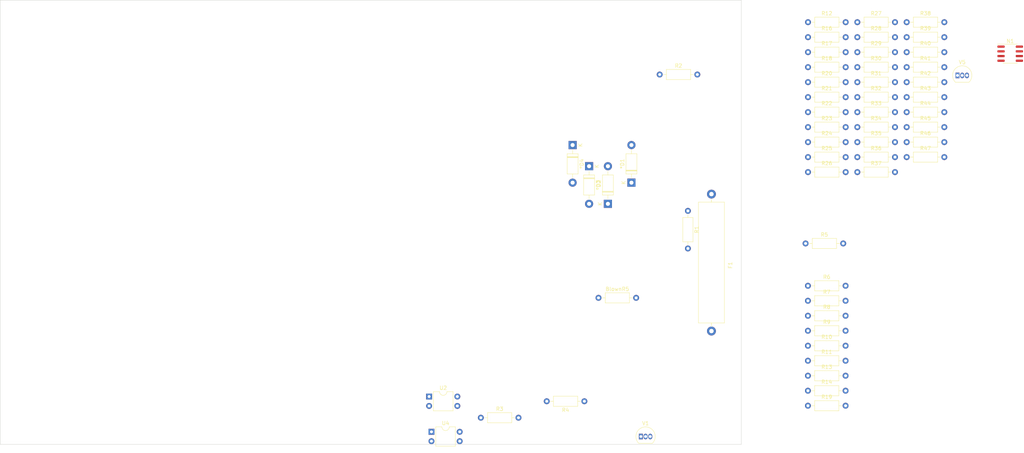
<source format=kicad_pcb>
(kicad_pcb (version 20221018) (generator pcbnew)
  (layers (0 "F.Cu" signal) (31 "B.Cu" signal) (34 "B.Paste" user) (35 "F.Paste" user) (36 "B.SilkS" user "B.Silkscreen") (37 "F.SilkS" user "F.Silkscreen") (38 "B.Mask" user) (39 "F.Mask" user) (44 "Edge.Cuts" user))
  (net 0 "")
  (net 1 "Net-(*D1-K)")
  (net 2 "Net-(*D1-A)")
  (net 3 "Net-(*D2-A)")
  (net 4 "Net-(*D3-A)")
  (net 5 "Net-(V3-S)")
  (net 6 "Net-(P1-AC_P)")
  (net 7 "Net-(C1-Pad2)")
  (net 8 "Net-(N1-K)")
  (net 9 "GND2")
  (net 10 "Net-(N1-REF)")
  (net 11 "Net-(C1-Pad1)")
  (net 12 "Net-(P1-AC_N)")
  (net 13 "Net-(R3-Pad1)")
  (net 14 "Net-(Q1-E)")
  (net 15 "Net-(R4-Pad2)")
  (net 16 "Net-(V3-G)")
  (net 17 "Net-(V1-C)")
  (net 18 "Net-(C3-Pad1)")
  (net 19 "Net-(C6-Pad2)")
  (net 20 "Net-(*1-K)")
  (net 21 "Net-(C8-Pad1)")
  (net 22 "Net-(*D6-A)")
  (net 23 "Net-(C4-Pad1)")
  (net 24 "Net-(V3-D)")
  (net 25 "Net-(C9-Pad2)")
  (net 26 "Net-(*2-K)")
  (net 27 "/Secondary side/V2")
  (net 28 "/Secondary side/L4_6")
  (net 29 "Net-(V4-D)")
  (net 30 "/Secondary side/Pin 1")
  (net 31 "/Secondary side/Pin 15")
  (net 32 "/Secondary side/Pin 14")
  (net 33 "Net-(U1C--)")
  (net 34 "Net-(C11-Pad2)")
  (net 35 "/Secondary side/Pin 3")
  (net 36 "Net-(U1D--)")
  (net 37 "Net-(*6-K)")
  (net 38 "Net-(R32-Pad2)")
  (net 39 "/Secondary side/Pin 10")
  (net 40 "Net-(R35-Pad1)")
  (net 41 "/Secondary side/Pin 11")
  (net 42 "Net-(U1A--)")
  (net 43 "/Secondary side/Pin 12")
  (net 44 "/Secondary side/Pin 9")
  (net 45 "Net-(V6-A)")
  (net 46 "/Secondary side/Pin 16{slash}4{slash}5")
  (net 47 "/Secondary side/Pin 8")
  (net 48 "/Battery/C1")
  (net 51 "/Battery/NTC")
  (net 52 "/Secondary side/Pin 7")
  (net 53 "/Secondary side/Pin 13")
  (footprint "Resistor_THT:R_Axial_DIN0207_L6.3mm_D2.5mm_P10.16mm_Horizontal" (layer "F.Cu") (at 294.615 51.195)
    (fp_text reference "R43" (at 5.08 -2.37) (layer "F.SilkS"))
    (fp_text value "R")
    (pad "1" thru_hole circle (at 0 0) (size 1.6 1.6) (drill 0.8) (layers "*.Cu" "*.Mask"))
    (pad "2" thru_hole oval (at 10.16 0) (size 1.6 1.6) (drill 0.8) (layers "*.Cu" "*.Mask"))
  )
  (footprint "Package_TO_SOT_THT:TO-92_Inline" (layer "F.Cu") (at 308.335 45.325)
    (fp_text reference "V5" (at 1.27 -3.56) (layer "F.SilkS"))
    (fp_text value "BC546A")
    (pad "1" thru_hole rect (at 0 0) (size 1.05 1.5) (drill 0.75) (layers "*.Cu" "*.Mask") (net 27 "/Secondary side/V2"))
    (pad "2" thru_hole oval (at 1.27 0) (size 1.05 1.5) (drill 0.75) (layers "*.Cu" "*.Mask") (net 8 "Net-(N1-K)"))
    (pad "3" thru_hole oval (at 2.54 0) (size 1.05 1.5) (drill 0.75) (layers "*.Cu" "*.Mask") (net 30 "/Secondary side/Pin 1"))
  )
  (footprint "Resistor_THT:R_Axial_DIN0207_L6.3mm_D2.5mm_P10.16mm_Horizontal" (layer "F.Cu") (at 281.305 67.395)
    (fp_text reference "R36" (at 5.08 -2.37) (layer "F.SilkS"))
    (fp_text value "6.04k")
    (pad "1" thru_hole circle (at 0 0) (size 1.6 1.6) (drill 0.8) (layers "*.Cu" "*.Mask") (net 41 "/Secondary side/Pin 11"))
    (pad "2" thru_hole oval (at 10.16 0) (size 1.6 1.6) (drill 0.8) (layers "*.Cu" "*.Mask") (net 39 "/Secondary side/Pin 10"))
  )
  (footprint "Resistor_THT:R_Axial_DIN0207_L6.3mm_D2.5mm_P10.16mm_Horizontal" (layer "F.Cu") (at 267.995 63.345)
    (fp_text reference "R24" (at 5.08 -2.37) (layer "F.SilkS"))
    (fp_text value "29.4k")
    (pad "1" thru_hole circle (at 0 0) (size 1.6 1.6) (drill 0.8) (layers "*.Cu" "*.Mask") (net 32 "/Secondary side/Pin 14"))
    (pad "2" thru_hole oval (at 10.16 0) (size 1.6 1.6) (drill 0.8) (layers "*.Cu" "*.Mask") (net 33 "Net-(U1C--)"))
  )
  (footprint "Resistor_THT:R_Axial_DIN0207_L6.3mm_D2.5mm_P10.16mm_Horizontal" (layer "F.Cu") (at 294.615 47.145)
    (fp_text reference "R42" (at 5.08 -2.37) (layer "F.SilkS"))
    (fp_text value "R")
    (pad "1" thru_hole circle (at 0 0) (size 1.6 1.6) (drill 0.8) (layers "*.Cu" "*.Mask") (net 47 "/Secondary side/Pin 8"))
    (pad "2" thru_hole oval (at 10.16 0) (size 1.6 1.6) (drill 0.8) (layers "*.Cu" "*.Mask") (net 48 "/Battery/C1"))
  )
  (footprint "Resistor_THT:R_Axial_DIN0207_L6.3mm_D2.5mm_P10.16mm_Horizontal" (layer "F.Cu") (at 294.615 55.245)
    (fp_text reference "R44" (at 5.08 -2.37) (layer "F.SilkS"))
    (fp_text value "R")
    (pad "1" thru_hole circle (at 0 0) (size 1.6 1.6) (drill 0.8) (layers "*.Cu" "*.Mask") (net 48 "/Battery/C1"))
    (pad "2" thru_hole oval (at 10.16 0) (size 1.6 1.6) (drill 0.8) (layers "*.Cu" "*.Mask") (net 30 "/Secondary side/Pin 1"))
  )
  (footprint "Resistor_THT:R_Axial_DIN0207_L6.3mm_D2.5mm_P10.16mm_Horizontal" (layer "F.Cu") (at 281.305 30.945)
    (fp_text reference "R27" (at 5.08 -2.37) (layer "F.SilkS"))
    (fp_text value "10k")
    (pad "1" thru_hole circle (at 0 0) (size 1.6 1.6) (drill 0.8) (layers "*.Cu" "*.Mask") (net 33 "Net-(U1C--)"))
    (pad "2" thru_hole oval (at 10.16 0) (size 1.6 1.6) (drill 0.8) (layers "*.Cu" "*.Mask") (net 34 "Net-(C11-Pad2)"))
  )
  (footprint "Resistor_THT:R_Axial_DIN0207_L6.3mm_D2.5mm_P10.16mm_Horizontal" (layer "F.Cu") (at 267.97 134.55)
    (fp_text reference "R19" (at 5.08 -2.37) (layer "F.SilkS"))
    (fp_text value "300k")
    (pad "1" thru_hole circle (at 0 0) (size 1.6 1.6) (drill 0.8) (layers "*.Cu" "*.Mask") (net 23 "Net-(C4-Pad1)"))
    (pad "2" thru_hole oval (at 10.16 0) (size 1.6 1.6) (drill 0.8) (layers "*.Cu" "*.Mask") (net 24 "Net-(V3-D)"))
  )
  (footprint "Resistor_THT:R_Axial_DIN0207_L6.3mm_D2.5mm_P10.16mm_Horizontal" (layer "F.Cu") (at 211.455 105.41)
    (fp_text reference "BlownR5" (at 5.08 -2.37) (layer "F.SilkS"))
    (fp_text value "R")
    (pad "1" thru_hole circle (at 0 0) (size 1.6 1.6) (drill 0.8) (layers "*.Cu" "*.Mask") (net 5 "Net-(V3-S)"))
    (pad "2" thru_hole oval (at 10.16 0) (size 1.6 1.6) (drill 0.8) (layers "*.Cu" "*.Mask") (net 4 "Net-(*D3-A)"))
  )
  (footprint "Package_TO_SOT_THT:TO-92_Inline" (layer "F.Cu") (at 222.885 142.875)
    (fp_text reference "V1" (at 1.27 -3.56) (layer "F.SilkS"))
    (fp_text value "2N3904")
    (pad "1" thru_hole rect (at 0 0) (size 1.05 1.5) (drill 0.75) (layers "*.Cu" "*.Mask") (net 4 "Net-(*D3-A)"))
    (pad "2" thru_hole oval (at 1.27 0) (size 1.05 1.5) (drill 0.75) (layers "*.Cu" "*.Mask") (net 14 "Net-(Q1-E)"))
    (pad "3" thru_hole oval (at 2.54 0) (size 1.05 1.5) (drill 0.75) (layers "*.Cu" "*.Mask") (net 17 "Net-(V1-C)"))
  )
  (footprint "Diode_THT:D_DO-41_SOD81_P10.16mm_Horizontal" (layer "F.Cu") (at 204.47 64.135 -90)
    (fp_text reference "*D4" (at 5.08 -2.47 90) (layer "F.SilkS"))
    (fp_text value "1N4007")
    (fp_text user "K" (at 0 -2.1 90) (layer "F.SilkS"))
    (pad "1" thru_hole rect (at 0 0 270) (size 2.2 2.2) (drill 1.1) (layers "*.Cu" "*.Mask") (net 3 "Net-(*D2-A)"))
    (pad "2" thru_hole oval (at 10.16 0 270) (size 2.2 2.2) (drill 1.1) (layers "*.Cu" "*.Mask") (net 4 "Net-(*D3-A)"))
  )
  (footprint "Resistor_THT:R_Axial_DIN0207_L6.3mm_D2.5mm_P10.16mm_Horizontal" (layer "F.Cu") (at 267.995 59.295)
    (fp_text reference "R23" (at 5.08 -2.37) (layer "F.SilkS"))
    (fp_text value "10k")
    (pad "1" thru_hole circle (at 0 0) (size 1.6 1.6) (drill 0.8) (layers "*.Cu" "*.Mask") (net 30 "/Secondary side/Pin 1"))
    (pad "2" thru_hole oval (at 10.16 0) (size 1.6 1.6) (drill 0.8) (layers "*.Cu" "*.Mask") (net 31 "/Secondary side/Pin 15"))
  )
  (footprint "Resistor_THT:R_Axial_DIN0207_L6.3mm_D2.5mm_P10.16mm_Horizontal" (layer "F.Cu") (at 281.305 71.445)
    (fp_text reference "R37" (at 5.08 -2.37) (layer "F.SilkS"))
    (fp_text value "R")
    (pad "1" thru_hole circle (at 0 0) (size 1.6 1.6) (drill 0.8) (layers "*.Cu" "*.Mask") (net 42 "Net-(U1A--)"))
    (pad "2" thru_hole oval (at 10.16 0) (size 1.6 1.6) (drill 0.8) (layers "*.Cu" "*.Mask") (net 10 "Net-(N1-REF)"))
  )
  (footprint "Resistor_THT:R_Axial_DIN0207_L6.3mm_D2.5mm_P10.16mm_Horizontal" (layer "F.Cu") (at 267.995 71.445)
    (fp_text reference "R26" (at 5.08 -2.37) (layer "F.SilkS"))
    (fp_text value "R")
    (pad "1" thru_hole circle (at 0 0) (size 1.6 1.6) (drill 0.8) (layers "*.Cu" "*.Mask") (net 30 "/Secondary side/Pin 1"))
    (pad "2" thru_hole oval (at 10.16 0) (size 1.6 1.6) (drill 0.8) (layers "*.Cu" "*.Mask") (net 33 "Net-(U1C--)"))
  )
  (footprint "Resistor_THT:R_Axial_DIN0207_L6.3mm_D2.5mm_P10.16mm_Horizontal" (layer "F.Cu") (at 267.995 30.945)
    (fp_text reference "R12" (at 5.08 -2.37) (layer "F.SilkS"))
    (fp_text value "R")
    (pad "1" thru_hole circle (at 0 0) (size 1.6 1.6) (drill 0.8) (layers "*.Cu" "*.Mask") (net 20 "Net-(*1-K)"))
    (pad "2" thru_hole oval (at 10.16 0) (size 1.6 1.6) (drill 0.8) (layers "*.Cu" "*.Mask") (net 21 "Net-(C8-Pad1)"))
  )
  (footprint "Package_DIP:DIP-4_W7.62mm" (layer "F.Cu") (at 166.38 141.6)
    (fp_text reference "U4" (at 3.81 -2.33) (layer "F.SilkS"))
    (fp_text value "B179")
    (pad "1" thru_hole rect (at 0 0) (size 1.6 1.6) (drill 0.8) (layers "*.Cu" "*.Mask") (net 38 "Net-(R32-Pad2)"))
    (pad "2" thru_hole oval (at 0 2.54) (size 1.6 1.6) (drill 0.8) (layers "*.Cu" "*.Mask") (net 9 "GND2"))
    (pad "3" thru_hole oval (at 7.62 2.54) (size 1.6 1.6) (drill 0.8) (layers "*.Cu" "*.Mask"))
    (pad "4" thru_hole oval (at 7.62 0) (size 1.6 1.6) (drill 0.8) (layers "*.Cu" "*.Mask"))
  )
  (footprint "Resistor_THT:R_Axial_DIN0207_L6.3mm_D2.5mm_P10.16mm_Horizontal" (layer "F.Cu") (at 267.995 34.995)
    (fp_text reference "R16" (at 5.08 -2.37) (layer "F.SilkS"))
    (fp_text value "R")
    (pad "1" thru_hole circle (at 0 0) (size 1.6 1.6) (drill 0.8) (layers "*.Cu" "*.Mask") (net 25 "Net-(C9-Pad2)"))
    (pad "2" thru_hole oval (at 10.16 0) (size 1.6 1.6) (drill 0.8) (layers "*.Cu" "*.Mask") (net 26 "Net-(*2-K)"))
  )
  (footprint "Resistor_THT:R_Axial_DIN0207_L6.3mm_D2.5mm_P10.16mm_Horizontal" (layer "F.Cu") (at 179.705 137.795)
    (fp_text reference "R3" (at 5.08 -2.37) (layer "F.SilkS"))
    (fp_text value "R")
    (pad "1" thru_hole circle (at 0 0) (size 1.6 1.6) (drill 0.8) (layers "*.Cu" "*.Mask") (net 13 "Net-(R3-Pad1)"))
    (pad "2" thru_hole oval (at 10.16 0) (size 1.6 1.6) (drill 0.8) (layers "*.Cu" "*.Mask") (net 14 "Net-(Q1-E)"))
  )
  (footprint "Resistor_THT:R_Axial_DIN0207_L6.3mm_D2.5mm_P10.16mm_Horizontal" (layer "F.Cu") (at 281.305 55.245)
    (fp_text reference "R33" (at 5.08 -2.37) (layer "F.SilkS"))
    (fp_text value "20k")
    (pad "1" thru_hole circle (at 0 0) (size 1.6 1.6) (drill 0.8) (layers "*.Cu" "*.Mask") (net 39 "/Secondary side/Pin 10"))
    (pad "2" thru_hole oval (at 10.16 0) (size 1.6 1.6) (drill 0.8) (layers "*.Cu" "*.Mask") (net 26 "Net-(*2-K)"))
  )
  (footprint "Resistor_THT:R_Axial_DIN0207_L6.3mm_D2.5mm_P10.16mm_Horizontal" (layer "F.Cu") (at 207.645 133.35 180)
    (fp_text reference "R4" (at 5.08 -2.37) (layer "F.SilkS"))
    (fp_text value "510k")
    (pad "1" thru_hole circle (at 0 0 180) (size 1.6 1.6) (drill 0.8) (layers "*.Cu" "*.Mask") (net 1 "Net-(*D1-K)"))
    (pad "2" thru_hole oval (at 10.16 0 180) (size 1.6 1.6) (drill 0.8) (layers "*.Cu" "*.Mask") (net 15 "Net-(R4-Pad2)"))
  )
  (footprint "Resistor_THT:R_Axial_DIN0207_L6.3mm_D2.5mm_P10.16mm_Horizontal" (layer "F.Cu") (at 281.305 63.345)
    (fp_text reference "R35" (at 5.08 -2.37) (layer "F.SilkS"))
    (fp_text value "10k")
    (pad "1" thru_hole circle (at 0 0) (size 1.6 1.6) (drill 0.8) (layers "*.Cu" "*.Mask") (net 40 "Net-(R35-Pad1)"))
    (pad "2" thru_hole oval (at 10.16 0) (size 1.6 1.6) (drill 0.8) (layers "*.Cu" "*.Mask") (net 36 "Net-(U1D--)"))
  )
  (footprint "Resistor_THT:R_Axial_DIN0207_L6.3mm_D2.5mm_P10.16mm_Horizontal" (layer "F.Cu") (at 267.97 106.2)
    (fp_text reference "R7" (at 5.08 -2.37) (layer "F.SilkS"))
    (fp_text value "160R")
    (pad "1" thru_hole circle (at 0 0) (size 1.6 1.6) (drill 0.8) (layers "*.Cu" "*.Mask") (net 16 "Net-(V3-G)"))
    (pad "2" thru_hole oval (at 10.16 0) (size 1.6 1.6) (drill 0.8) (layers "*.Cu" "*.Mask") (net 18 "Net-(C3-Pad1)"))
  )
  (footprint "Resistor_THT:R_Axial_DIN0207_L6.3mm_D2.5mm_P10.16mm_Horizontal" (layer "F.Cu") (at 267.995 67.395)
    (fp_text reference "R25" (at 5.08 -2.37) (layer "F.SilkS"))
    (fp_text value "R")
    (pad "1" thru_hole circle (at 0 0) (size 1.6 1.6) (drill 0.8) (layers "*.Cu" "*.Mask") (net 33 "Net-(U1C--)"))
    (pad "2" thru_hole oval (at 10.16 0) (size 1.6 1.6) (drill 0.8) (layers "*.Cu" "*.Mask") (net 28 "/Secondary side/L4_6"))
  )
  (footprint "Resistor_THT:R_Axial_DIN0207_L6.3mm_D2.5mm_P10.16mm_Horizontal" (layer "F.Cu") (at 294.615 39.045)
    (fp_text reference "R40" (at 5.08 -2.37) (layer "F.SilkS"))
    (fp_text value "360R")
    (pad "1" thru_hole circle (at 0 0) (size 1.6 1.6) (drill 0.8) (layers "*.Cu" "*.Mask") (net 44 "/Secondary side/Pin 9"))
    (pad "2" thru_hole oval (at 10.16 0) (size 1.6 1.6) (drill 0.8) (layers "*.Cu" "*.Mask") (net 45 "Net-(V6-A)"))
  )
  (footprint "Resistor_THT:R_Axial_DIN0207_L6.3mm_D2.5mm_P10.16mm_Horizontal" (layer "F.Cu") (at 281.305 43.095)
    (fp_text reference "R30" (at 5.08 -2.37) (layer "F.SilkS"))
    (fp_text value "1k")
    (pad "1" thru_hole circle (at 0 0) (size 1.6 1.6) (drill 0.8) (layers "*.Cu" "*.Mask") (net 36 "Net-(U1D--)"))
    (pad "2" thru_hole oval (at 10.16 0) (size 1.6 1.6) (drill 0.8) (layers "*.Cu" "*.Mask") (net 28 "/Secondary side/L4_6"))
  )
  (footprint "Resistor_THT:R_Axial_DIN0207_L6.3mm_D2.5mm_P10.16mm_Horizontal" (layer "F.Cu") (at 267.97 110.25)
    (fp_text reference "R8" (at 5.08 -2.37) (layer "F.SilkS"))
    (fp_text value "2.6k")
    (pad "1" thru_hole circle (at 0 0) (size 1.6 1.6) (drill 0.8) (layers "*.Cu" "*.Mask") (net 14 "Net-(Q1-E)"))
    (pad "2" thru_hole oval (at 10.16 0) (size 1.6 1.6) (drill 0.8) (layers "*.Cu" "*.Mask") (net 16 "Net-(V3-G)"))
  )
  (footprint "Package_SO:SOIC-8_3.9x4.9mm_P1.27mm" (layer "F.Cu") (at 322.555 39.455)
    (fp_text reference "N1" (at 0 -3.4) (layer "F.SilkS"))
    (fp_text value "TL1431A")
    (pad "1" smd roundrect (at -2.475 -1.905) (size 1.95 0.6) (layers "F.Cu" "F.Paste" "F.Mask") (net 8 "Net-(N1-K)"))
    (pad "2" smd roundrect (at -2.475 -0.635) (size 1.95 0.6) (layers "F.Cu" "F.Paste" "F.Mask") (net 9 "GND2"))
    (pad "3" smd roundrect (at -2.475 0.635) (size 1.95 0.6) (layers "F.Cu" "F.Paste" "F.Mask") (net 9 "GND2"))
    (pad "4" smd roundrect (at -2.475 1.905) (size 1.95 0.6) (layers "F.Cu" "F.Paste" "F.Mask"))
    (pad "5" smd roundrect (at 2.475 1.905) (size 1.95 0.6) (layers "F.Cu" "F.Paste" "F.Mask"))
    (pad "6" smd roundrect (at 2.475 0.635) (size 1.95 0.6) (layers "F.Cu" "F.Paste" "F.Mask") (net 9 "GND2"))
    (pad "7" smd roundrect (at 2.475 -0.635) (size 1.95 0.6) (layers "F.Cu" "F.Paste" "F.Mask") (net 9 "GND2"))
    (pad "8" smd roundrect (at 2.475 -1.905) (size 1.95 0.6) (layers "F.Cu" "F.Paste" "F.Mask") (net 10 "Net-(N1-REF)"))
  )
  (footprint "Resistor_THT:R_Axial_DIN0207_L6.3mm_D2.5mm_P10.16mm_Horizontal" (layer "F.Cu") (at 267.995 39.045)
    (fp_text reference "R17" (at 5.08 -2.37) (layer "F.SilkS"))
    (fp_text value "R")
    (pad "1" thru_hole circle (at 0 0) (size 1.6 1.6) (drill 0.8) (layers "*.Cu" "*.Mask") (net 20 "Net-(*1-K)"))
    (pad "2" thru_hole oval (at 10.16 0) (size 1.6 1.6) (drill 0.8) (layers "*.Cu" "*.Mask") (net 27 "/Secondary side/V2"))
  )
  (footprint "Resistor_THT:R_Axial_DIN0207_L6.3mm_D2.5mm_P10.16mm_Horizontal" (layer "F.Cu") (at 294.615 34.995)
    (fp_text reference "R39" (at 5.08 -2.37) (layer "F.SilkS"))
    (fp_text value "10k")
    (pad "1" thru_hole circle (at 0 0) (size 1.6 1.6) (drill 0.8) (layers "*.Cu" "*.Mask") (net 44 "/Secondary side/Pin 9"))
    (pad "2" thru_hole oval (at 10.16 0) (size 1.6 1.6) (drill 0.8) (layers "*.Cu" "*.Mask") (net 40 "Net-(R35-Pad1)"))
  )
  (footprint "Resistor_THT:R_Axial_DIN0207_L6.3mm_D2.5mm_P10.16mm_Horizontal" (layer "F.Cu") (at 267.97 126.45)
    (fp_text reference "R13" (at 5.08 -2.37) (layer "F.SilkS"))
    (fp_text value "100R")
    (pad "1" thru_hole circle (at 0 0) (size 1.6 1.6) (drill 0.8) (layers "*.Cu" "*.Mask") (net 22 "Net-(*D6-A)"))
    (pad "2" thru_hole oval (at 10.16 0) (size 1.6 1.6) (drill 0.8) (layers "*.Cu" "*.Mask") (net 23 "Net-(C4-Pad1)"))
  )
  (footprint "Resistor_THT:R_Axial_DIN0207_L6.3mm_D2.5mm_P10.16mm_Horizontal" (layer "F.Cu") (at 267.995 55.245)
    (fp_text reference "R22" (at 5.08 -2.37) (layer "F.SilkS"))
    (fp_text value "R")
    (pad "1" thru_hole circle (at 0 0) (size 1.6 1.6) (drill 0.8) (layers "*.Cu" "*.Mask") (net 29 "Net-(V4-D)"))
    (pad "2" thru_hole oval (at 10.16 0) (size 1.6 1.6) (drill 0.8) (layers "*.Cu" "*.Mask") (net 26 "Net-(*2-K)"))
  )
  (footprint "Resistor_THT:R_Axial_DIN0207_L6.3mm_D2.5mm_P10.16mm_Horizontal" (layer "F.Cu") (at 235.585 81.915 -90)
    (fp_text reference "R1" (at 5.08 -2.37 90) (layer "F.SilkS"))
    (fp_text value "Thermistor_PTC")
    (pad "1" thru_hole circle (at 0 0 270) (size 1.6 1.6) (drill 0.8) (layers "*.Cu" "*.Mask") (net 11 "Net-(C1-Pad1)"))
    (pad "2" thru_hole oval (at 10.16 0 270) (size 1.6 1.6) (drill 0.8) (layers "*.Cu" "*.Mask") (net 12 "Net-(P1-AC_N)"))
  )
  (footprint "Resistor_THT:R_Axial_DIN0207_L6.3mm_D2.5mm_P10.16mm_Horizontal" (layer "F.Cu") (at 267.995 51.195)
    (fp_text reference "R21" (at 5.08 -2.37) (layer "F.SilkS"))
    (fp_text value "O.22 R")
    (pad "1" thru_hole circle (at 0 0) (size 1.6 1.6) (drill 0.8) (layers "*.Cu" "*.Mask") (net 9 "GND2"))
    (pad "2" thru_hole oval (at 10.16 0) (size 1.6 1.6) (drill 0.8) (layers "*.Cu" "*.Mask") (net 28 "/Secondary side/L4_6"))
  )
  (footprint "Resistor_THT:R_Axial_DIN0207_L6.3mm_D2.5mm_P10.16mm_Horizontal" (layer "F.Cu") (at 281.305 59.295)
    (fp_text reference "R34" (at 5.08 -2.37) (layer "F.SilkS"))
    (fp_text value "R")
    (pad "1" thru_hole circle (at 0 0) (size 1.6 1.6) (drill 0.8) (layers "*.Cu" "*.Mask") (net 10 "Net-(N1-REF)"))
    (pad "2" thru_hole oval (at 10.16 0) (size 1.6 1.6) (drill 0.8) (layers "*.Cu" "*.Mask") (net 30 "/Secondary side/Pin 1"))
  )
  (footprint "Diode_THT:D_DO-41_SOD81_P10.16mm_Horizontal" (layer "F.Cu") (at 220.345 74.295 90)
    (fp_text reference "*D1" (at 5.08 -2.47 90) (layer "F.SilkS"))
    (fp_text value "1N4007")
    (fp_text user "K" (at 0 -2.1 90) (layer "F.SilkS"))
    (pad "1" thru_hole rect (at 0 0 90) (size 2.2 2.2) (drill 1.1) (layers "*.Cu" "*.Mask") (net 1 "Net-(*D1-K)"))
    (pad "2" thru_hole oval (at 10.16 0 90) (size 2.2 2.2) (drill 1.1) (layers "*.Cu" "*.Mask") (net 2 "Net-(*D1-A)"))
  )
  (footprint "Diode_THT:D_DO-41_SOD81_P10.16mm_Horizontal" (layer "F.Cu") (at 208.915 69.85 -90)
    (fp_text reference "*D3" (at 5.08 -2.47 90) (layer "F.SilkS"))
    (fp_text value "1N4007")
    (fp_text user "K" (at 0 -2.1 90) (layer "F.SilkS"))
    (pad "1" thru_hole rect (at 0 0 270) (size 2.2 2.2) (drill 1.1) (layers "*.Cu" "*.Mask") (net 2 "Net-(*D1-A)"))
    (pad "2" thru_hole oval (at 10.16 0 270) (size 2.2 2.2) (drill 1.1) (layers "*.Cu" "*.Mask") (net 4 "Net-(*D3-A)"))
  )
  (footprint "Resistor_THT:R_Axial_DIN0207_L6.3mm_D2.5mm_P10.16mm_Horizontal" (layer "F.Cu") (at 294.615 63.345)
    (fp_text reference "R46" (at 5.08 -2.37) (layer "F.SilkS"))
    (fp_text value "R")
    (pad "1" thru_hole circle (at 0 0) (size 1.6 1.6) (drill 0.8) (layers "*.Cu" "*.Mask") (net 51 "/Battery/NTC"))
    (pad "2" thru_hole oval (at 10.16 0) (size 1.6 1.6) (drill 0.8) (layers "*.Cu" "*.Mask") (net 52 "/Secondary side/Pin 7"))
  )
  (footprint "Resistor_THT:R_Axial_DIN0207_L6.3mm_D2.5mm_P10.16mm_Horizontal" (layer "F.Cu") (at 267.97 102.15)
    (fp_text reference "R6" (at 5.08 -2.37) (layer "F.SilkS"))
    (fp_text value "30R")
    (pad "1" thru_hole circle (at 0 0) (size 1.6 1.6) (drill 0.8) (layers "*.Cu" "*.Mask") (net 16 "Net-(V3-G)"))
    (pad "2" thru_hole oval (at 10.16 0) (size 1.6 1.6) (drill 0.8) (layers "*.Cu" "*.Mask") (net 17 "Net-(V1-C)"))
  )
  (footprint "Resistor_THT:R_Axial_DIN0207_L6.3mm_D2.5mm_P10.16mm_Horizontal" (layer "F.Cu") (at 227.965 45.085)
    (fp_text reference "R2" (at 5.08 -2.37) (layer "F.SilkS"))
    (fp_text value "680k")
    (pad "1" thru_hole circle (at 0 0) (size 1.6 1.6) (drill 0.8) (layers "*.Cu" "*.Mask") (net 11 "Net-(C1-Pad1)"))
    (pad "2" thru_hole oval (at 10.16 0) (size 1.6 1.6) (drill 0.8) (layers "*.Cu" "*.Mask") (net 7 "Net-(C1-Pad2)"))
  )
  (footprint "Resistor_THT:R_Axial_DIN0207_L6.3mm_D2.5mm_P10.16mm_Horizontal" (layer "F.Cu") (at 267.97 114.3)
    (fp_text reference "R9" (at 5.08 -2.37) (layer "F.SilkS"))
    (fp_text value "1k")
    (pad "1" thru_hole circle (at 0 0) (size 1.6 1.6) (drill 0.8) (layers "*.Cu" "*.Mask") (net 4 "Net-(*D3-A)"))
    (pad "2" thru_hole oval (at 10.16 0) (size 1.6 1.6) (drill 0.8) (layers "*.Cu" "*.Mask") (net 14 "Net-(Q1-E)"))
  )
  (footprint "Resistor_THT:R_Axial_DIN0207_L6.3mm_D2.5mm_P10.16mm_Horizontal" (layer "F.Cu") (at 294.615 59.295)
    (fp_text reference "R45" (at 5.08 -2.37) (layer "F.SilkS"))
    (fp_text value "R")
    (pad "1" thru_hole circle (at 0 0) (size 1.6 1.6) (drill 0.8) (layers "*.Cu" "*.Mask") (net 51 "/Battery/NTC"))
    (pad "2" thru_hole oval (at 10.16 0) (size 1.6 1.6) (drill 0.8) (layers "*.Cu" "*.Mask") (net 30 "/Secondary side/Pin 1"))
  )
  (footprint "Resistor_THT:R_Axial_DIN0207_L6.3mm_D2.5mm_P10.16mm_Horizontal" (layer "F.Cu") (at 281.305 51.195)
    (fp_text reference "R32" (at 5.08 -2.37) (layer "F.SilkS"))
    (fp_text value "R")
    (pad "1" thru_hole circle (at 0 0) (size 1.6 1.6) (drill 0.8) (layers "*.Cu" "*.Mask") (net 37 "Net-(*6-K)"))
    (pad "2" thru_hole oval (at 10.16 0) (size 1.6 1.6) (drill 0.8) (layers "*.Cu" "*.Mask") (net 38 "Net-(R32-Pad2)"))
  )
  (footprint "Resistor_THT:R_Axial_DIN0207_L6.3mm_D2.5mm_P10.16mm_Horizontal" (layer "F.Cu") (at 267.97 122.4)
    (fp_text reference "R11" (at 5.08 -2.37) (layer "F.SilkS"))
    (fp_text value "47k")
    (pad "1" thru_hole circle (at 0 0) (size 1.6 1.6) (drill 0.8) (layers "*.Cu" "*.Mask") (net 16 "Net-(V3-G)"))
    (pad "2" thru_hole oval (at 10.16 0) (size 1.6 1.6) (drill 0.8) (layers "*.Cu" "*.Mask") (net 5 "Net-(V3-S)"))
  )
  (footprint "Resistor_THT:R_Axial_DIN0207_L6.3mm_D2.5mm_P10.16mm_Horizontal" (layer "F.Cu") (at 294.615 30.945)
    (fp_text reference "R38" (at 5.08 -2.37) (layer "F.SilkS"))
    (fp_text value "12k")
    (pad "1" thru_hole circle (at 0 0) (size 1.6 1.6) (drill 0.8) (layers "*.Cu" "*.Mask") (net 43 "/Secondary side/Pin 12"))
    (pad "2" thru_hole oval (at 10.16 0) (size 1.6 1.6) (drill 0.8) (layers "*.Cu" "*.Mask") (net 39 "/Secondary side/Pin 10"))
  )
  (footprint "Resistor_THT:R_Axial_DIN0207_L6.3mm_D2.5mm_P10.16mm_Horizontal" (layer "F.Cu") (at 267.97 118.35)
    (fp_text reference "R10" (at 5.08 -2.37) (layer "F.SilkS"))
    (fp_text value "4.7R")
    (pad "1" thru_hole circle (at 0 0) (size 1.6 1.6) (drill 0.8) (layers "*.Cu" "*.Mask") (net 14 "Net-(Q1-E)"))
    (pad "2" thru_hole oval (at 10.16 0) (size 1.6 1.6) (drill 0.8) (layers "*.Cu" "*.Mask") (net 19 "Net-(C6-Pad2)"))
  )
  (footprint "Resistor_THT:R_Axial_DIN0207_L6.3mm_D2.5mm_P10.16mm_Horizontal" (layer "F.Cu") (at 294.615 67.395)
    (fp_text reference "R47" (at 5.08 -2.37) (layer "F.SilkS"))
    (fp_text value "R")
    (pad "1" thru_hole circle (at 0 0) (size 1.6 1.6) (drill 0.8) (layers "*.Cu" "*.Mask") (net 53 "/Secondary side/Pin 13"))
    (pad "2" thru_hole oval (at 10.16 0) (size 1.6 1.6) (drill 0.8) (layers "*.Cu" "*.Mask") (net 42 "Net-(U1A--)"))
  )
  (footprint "Resistor_THT:R_Axial_DIN0207_L6.3mm_D2.5mm_P10.16mm_Horizontal" (layer "F.Cu") (at 267.995 47.145)
    (fp_text reference "R20" (at 5.08 -2.37) (layer "F.SilkS"))
    (fp_text value "0.22 R")
    (pad "1" thru_hole circle (at 0 0) (size 1.6 1.6) (drill 0.8) (layers "*.Cu" "*.Mask") (net 9 "GND2"))
    (pad "2" thru_hole oval (at 10.16 0) (size 1.6 1.6) (drill 0.8) (layers "*.Cu" "*.Mask") (net 28 "/Secondary side/L4_6"))
  )
  (footprint "Resistor_THT:R_Axial_DIN0207_L6.3mm_D2.5mm_P10.16mm_Horizontal" (layer "F.Cu") (at 281.305 34.995)
    (fp_text reference "R28" (at 5.08 -2.37) (layer "F.SilkS"))
    (fp_text value "2k")
    (pad "1" thru_hole circle (at 0 0) (size 1.6 1.6) (drill 0.8) (layers "*.Cu" "*.Mask") (net 8 "Net-(N1-K)"))
    (pad "2" thru_hole oval (at 10.16 0) (size 1.6 1.6) (drill 0.8) (layers "*.Cu" "*.Mask") (net 27 "/Secondary side/V2"))
  )
  (footprint "Resistor_THT:R_Axial_DIN0207_L6.3mm_D2.5mm_P10.16mm_Horizontal" (layer "F.Cu") (at 294.615 43.095)
    (fp_text reference "R41" (at 5.08 -2.37) (layer "F.SilkS"))
    (fp_text value "25.5k")
    (pad "1" thru_hole circle (at 0 0) (size 1.6 1.6) (drill 0.8) (layers "*.Cu" "*.Mask") (net 46 "/Secondary side/Pin 16{slash}4{slash}5"))
    (pad "2" thru_hole oval (at 10.16 0) (size 1.6 1.6) (drill 0.8) (layers "*.Cu" "*.Mask") (net 39 "/Secondary side/Pin 10"))
  )
  (footprint "Resistor_THT:R_Axial_DIN0207_L6.3mm_D2.5mm_P10.16mm_Horizontal" (layer "F.Cu") (at 267.335 90.72)
    (fp_text reference "R5" (at 5.08 -2.37) (layer "F.SilkS"))
    (fp_text value "510k")
    (pad "1" thru_hole circle (at 0 0) (size 1.6 1.6) (drill 0.8) (layers "*.Cu" "*.Mask") (net 15 "Net-(R4-Pad2)"))
    (pad "2" thru_hole oval (at 10.16 0) (size 1.6 1.6) (drill 0.8) (layers "*.Cu" "*.Mask") (net 16 "Net-(V3-G)"))
  )
  (footprint "Resistor_THT:R_Axial_DIN0207_L6.3mm_D2.5mm_P10.16mm_Horizontal" (layer "F.Cu") (at 267.995 43.095)
    (fp_text reference "R18" (at 5.08 -2.37) (layer "F.SilkS"))
    (fp_text value "R")
    (pad "1" thru_hole circle (at 0 0) (size 1.6 1.6) (drill 0.8) (layers "*.Cu" "*.Mask") (net 26 "Net-(*2-K)"))
    (pad "2" thru_hole oval (at 10.16 0) (size 1.6 1.6) (drill 0.8) (layers "*.Cu" "*.Mask") (net 28 "/Secondary side/L4_6"))
  )
  (footprint "Resistor_THT:R_Axial_DIN0207_L6.3mm_D2.5mm_P10.16mm_Horizontal" (layer "F.Cu") (at 267.97 130.5)
    (fp_text reference "R14" (at 5.08 -2.37) (layer "F.SilkS"))
    (fp_text value "300k")
    (pad "1" thru_hole circle (at 0 0) (size 1.6 1.6) (drill 0.8) (layers "*.Cu" "*.Mask") (net 23 "Net-(C4-Pad1)"))
    (pad "2" thru_hole oval (at 10.16 0) (size 1.6 1.6) (drill 0.8) (layers "*.Cu" "*.Mask") (net 24 "Net-(V3-D)"))
  )
  (footprint "Fuse:Fuse_SunFuse-6HP" (layer "F.Cu") (at 241.935 114.385 90)
    (fp_text reference "F1" (at 17.78 5.08 90) (layer "F.SilkS"))
    (fp_text value "1.25A")
    (pad "1" thru_hole circle (at 0 0 90) (size 2.4 2.4) (drill 1.2) (layers "*.Cu" "*.Mask") (net 6 "Net-(P1-AC_P)"))
    (pad "2" thru_hole circle (at 37 0 90) (size 2.4 2.4) (drill 1.2) (layers "*.Cu" "*.Mask") (net 7 "Net-(C1-Pad2)"))
  )
  (footprint "Package_DIP:DIP-4_W7.62mm" (layer "F.Cu") (at 165.745 132.075)
    (fp_text reference "U2" (at 3.81 -2.33) (layer "F.SilkS"))
    (fp_text value "B179")
    (pad "1" thru_hole rect (at 0 0) (size 1.6 1.6) (drill 0.8) (layers "*.Cu" "*.Mask"))
    (pad "2" thru_hole oval (at 0 2.54) (size 1.6 1.6) (drill 0.8) (layers "*.Cu" "*.Mask"))
    (pad "3" thru_hole oval (at 7.62 2.54) (size 1.6 1.6) (drill 0.8) (layers "*.Cu" "*.Mask") (net 13 "Net-(R3-Pad1)"))
    (pad "4" thru_hole oval (at 7.62 0) (size 1.6 1.6) (drill 0.8) (layers "*.Cu" "*.Mask"))
  )
  (footprint "Resistor_THT:R_Axial_DIN0207_L6.3mm_D2.5mm_P10.16mm_Horizontal" (layer "F.Cu") (at 281.305 47.145)
    (fp_text reference "R31" (at 5.08 -2.37) (layer "F.SilkS"))
    (fp_text value "R")
    (pad "1" thru_hole circle (at 0 0) (size 1.6 1.6) (drill 0.8) (layers "*.Cu" "*.Mask") (net 9 "GND2"))
    (pad "2" thru_hole oval (at 10.16 0) (size 1.6 1.6) (drill 0.8) (layers "*.Cu" "*.Mask") (net 10 "Net-(N1-REF)"))
  )
  (footprint "Resistor_THT:R_Axial_DIN0207_L6.3mm_D2.5mm_P10.16mm_Horizontal" (layer "F.Cu") (at 281.305 39.045)
    (fp_text reference "R29" (at 5.08 -2.37) (layer "F.SilkS"))
    (fp_text value "R")
    (pad "1" thru_hole circle (at 0 0) (size 1.6 1.6) (drill 0.8) (layers "*.Cu" "*.Mask") (net 35 "/Secondary side/Pin 3"))
    (pad "2" thru_hole oval (at 10.16 0) (size 1.6 1.6) (drill 0.8) (layers "*.Cu" "*.Mask") (net 9 "GND2"))
  )
  (footprint "Diode_THT:D_DO-41_SOD81_P10.16mm_Horizontal" (layer "F.Cu") (at 213.995 80.01 90)
    (fp_text reference "*D2" (at 5.08 -2.47 90) (layer "F.SilkS"))
    (fp_text value "1N4007")
    (fp_text user "K" (at 0 -2.1 90) (layer "F.SilkS"))
    (pad "1" thru_hole rect (at 0 0 90) (size 2.2 2.2) (drill 1.1) (layers "*.Cu" "*.Mask") (net 1 "Net-(*D1-K)"))
    (pad "2" thru_hole oval (at 10.16 0 90) (size 2.2 2.2) (drill 1.1) (layers "*.Cu" "*.Mask") (net 3 "Net-(*D2-A)"))
  )
  (gr_rect (start 50 25) (end 250 145) (stroke (width 0.1)) (fill none) (layer "Edge.Cuts"))
)
</source>
